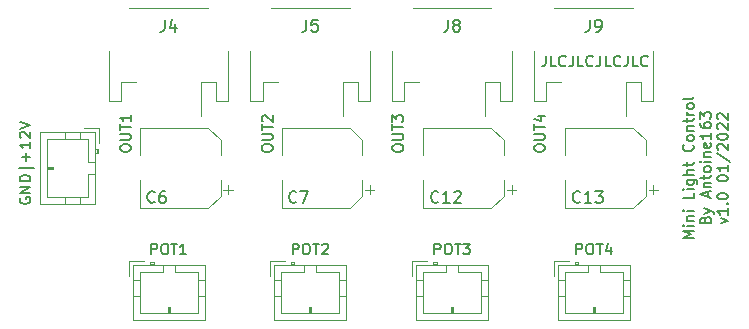
<source format=gbr>
%TF.GenerationSoftware,KiCad,Pcbnew,6.0.0*%
%TF.CreationDate,2022-01-04T22:09:20+01:00*%
%TF.ProjectId,mini_light_control,6d696e69-5f6c-4696-9768-745f636f6e74,v1.0*%
%TF.SameCoordinates,Original*%
%TF.FileFunction,Legend,Top*%
%TF.FilePolarity,Positive*%
%FSLAX46Y46*%
G04 Gerber Fmt 4.6, Leading zero omitted, Abs format (unit mm)*
G04 Created by KiCad (PCBNEW 6.0.0) date 2022-01-04 22:09:20*
%MOMM*%
%LPD*%
G01*
G04 APERTURE LIST*
%ADD10C,0.153000*%
%ADD11C,0.150000*%
%ADD12C,0.120000*%
G04 APERTURE END LIST*
D10*
X145942857Y-39507142D02*
X145942857Y-40150000D01*
X145900000Y-40278571D01*
X145814285Y-40364285D01*
X145685714Y-40407142D01*
X145600000Y-40407142D01*
X146800000Y-40407142D02*
X146371428Y-40407142D01*
X146371428Y-39507142D01*
X147614285Y-40321428D02*
X147571428Y-40364285D01*
X147442857Y-40407142D01*
X147357142Y-40407142D01*
X147228571Y-40364285D01*
X147142857Y-40278571D01*
X147100000Y-40192857D01*
X147057142Y-40021428D01*
X147057142Y-39892857D01*
X147100000Y-39721428D01*
X147142857Y-39635714D01*
X147228571Y-39550000D01*
X147357142Y-39507142D01*
X147442857Y-39507142D01*
X147571428Y-39550000D01*
X147614285Y-39592857D01*
X148257142Y-39507142D02*
X148257142Y-40150000D01*
X148214285Y-40278571D01*
X148128571Y-40364285D01*
X148000000Y-40407142D01*
X147914285Y-40407142D01*
X149114285Y-40407142D02*
X148685714Y-40407142D01*
X148685714Y-39507142D01*
X149928571Y-40321428D02*
X149885714Y-40364285D01*
X149757142Y-40407142D01*
X149671428Y-40407142D01*
X149542857Y-40364285D01*
X149457142Y-40278571D01*
X149414285Y-40192857D01*
X149371428Y-40021428D01*
X149371428Y-39892857D01*
X149414285Y-39721428D01*
X149457142Y-39635714D01*
X149542857Y-39550000D01*
X149671428Y-39507142D01*
X149757142Y-39507142D01*
X149885714Y-39550000D01*
X149928571Y-39592857D01*
X150571428Y-39507142D02*
X150571428Y-40150000D01*
X150528571Y-40278571D01*
X150442857Y-40364285D01*
X150314285Y-40407142D01*
X150228571Y-40407142D01*
X151428571Y-40407142D02*
X151000000Y-40407142D01*
X151000000Y-39507142D01*
X152242857Y-40321428D02*
X152200000Y-40364285D01*
X152071428Y-40407142D01*
X151985714Y-40407142D01*
X151857142Y-40364285D01*
X151771428Y-40278571D01*
X151728571Y-40192857D01*
X151685714Y-40021428D01*
X151685714Y-39892857D01*
X151728571Y-39721428D01*
X151771428Y-39635714D01*
X151857142Y-39550000D01*
X151985714Y-39507142D01*
X152071428Y-39507142D01*
X152200000Y-39550000D01*
X152242857Y-39592857D01*
X152885714Y-39507142D02*
X152885714Y-40150000D01*
X152842857Y-40278571D01*
X152757142Y-40364285D01*
X152628571Y-40407142D01*
X152542857Y-40407142D01*
X153742857Y-40407142D02*
X153314285Y-40407142D01*
X153314285Y-39507142D01*
X154557142Y-40321428D02*
X154514285Y-40364285D01*
X154385714Y-40407142D01*
X154300000Y-40407142D01*
X154171428Y-40364285D01*
X154085714Y-40278571D01*
X154042857Y-40192857D01*
X154000000Y-40021428D01*
X154000000Y-39892857D01*
X154042857Y-39721428D01*
X154085714Y-39635714D01*
X154171428Y-39550000D01*
X154300000Y-39507142D01*
X154385714Y-39507142D01*
X154514285Y-39550000D01*
X154557142Y-39592857D01*
X112521428Y-56307142D02*
X112521428Y-55407142D01*
X112864285Y-55407142D01*
X112950000Y-55450000D01*
X112992857Y-55492857D01*
X113035714Y-55578571D01*
X113035714Y-55707142D01*
X112992857Y-55792857D01*
X112950000Y-55835714D01*
X112864285Y-55878571D01*
X112521428Y-55878571D01*
X113592857Y-55407142D02*
X113764285Y-55407142D01*
X113850000Y-55450000D01*
X113935714Y-55535714D01*
X113978571Y-55707142D01*
X113978571Y-56007142D01*
X113935714Y-56178571D01*
X113850000Y-56264285D01*
X113764285Y-56307142D01*
X113592857Y-56307142D01*
X113507142Y-56264285D01*
X113421428Y-56178571D01*
X113378571Y-56007142D01*
X113378571Y-55707142D01*
X113421428Y-55535714D01*
X113507142Y-55450000D01*
X113592857Y-55407142D01*
X114235714Y-55407142D02*
X114750000Y-55407142D01*
X114492857Y-56307142D02*
X114492857Y-55407142D01*
X115521428Y-56307142D02*
X115007142Y-56307142D01*
X115264285Y-56307142D02*
X115264285Y-55407142D01*
X115178571Y-55535714D01*
X115092857Y-55621428D01*
X115007142Y-55664285D01*
X121907142Y-47392307D02*
X121907142Y-47220878D01*
X121950000Y-47135164D01*
X122035714Y-47049450D01*
X122207142Y-47006592D01*
X122507142Y-47006592D01*
X122678571Y-47049450D01*
X122764285Y-47135164D01*
X122807142Y-47220878D01*
X122807142Y-47392307D01*
X122764285Y-47478021D01*
X122678571Y-47563735D01*
X122507142Y-47606592D01*
X122207142Y-47606592D01*
X122035714Y-47563735D01*
X121950000Y-47478021D01*
X121907142Y-47392307D01*
X121907142Y-46620878D02*
X122635714Y-46620878D01*
X122721428Y-46578021D01*
X122764285Y-46535164D01*
X122807142Y-46449450D01*
X122807142Y-46278021D01*
X122764285Y-46192307D01*
X122721428Y-46149450D01*
X122635714Y-46106592D01*
X121907142Y-46106592D01*
X121907142Y-45806592D02*
X121907142Y-45292307D01*
X122807142Y-45549450D02*
X121907142Y-45549450D01*
X121992857Y-45035164D02*
X121950000Y-44992307D01*
X121907142Y-44906592D01*
X121907142Y-44692307D01*
X121950000Y-44606592D01*
X121992857Y-44563735D01*
X122078571Y-44520878D01*
X122164285Y-44520878D01*
X122292857Y-44563735D01*
X122807142Y-45078021D01*
X122807142Y-44520878D01*
X101450000Y-51514285D02*
X101407142Y-51600000D01*
X101407142Y-51728571D01*
X101450000Y-51857142D01*
X101535714Y-51942857D01*
X101621428Y-51985714D01*
X101792857Y-52028571D01*
X101921428Y-52028571D01*
X102092857Y-51985714D01*
X102178571Y-51942857D01*
X102264285Y-51857142D01*
X102307142Y-51728571D01*
X102307142Y-51642857D01*
X102264285Y-51514285D01*
X102221428Y-51471428D01*
X101921428Y-51471428D01*
X101921428Y-51642857D01*
X102307142Y-51085714D02*
X101407142Y-51085714D01*
X102307142Y-50571428D01*
X101407142Y-50571428D01*
X102307142Y-50142857D02*
X101407142Y-50142857D01*
X101407142Y-49928571D01*
X101450000Y-49800000D01*
X101535714Y-49714285D01*
X101621428Y-49671428D01*
X101792857Y-49628571D01*
X101921428Y-49628571D01*
X102092857Y-49671428D01*
X102178571Y-49714285D01*
X102264285Y-49800000D01*
X102307142Y-49928571D01*
X102307142Y-50142857D01*
X102607142Y-49028571D02*
X101321428Y-49028571D01*
X101964285Y-48385714D02*
X101964285Y-47700000D01*
X102307142Y-48042857D02*
X101621428Y-48042857D01*
X102307142Y-46800000D02*
X102307142Y-47314285D01*
X102307142Y-47057142D02*
X101407142Y-47057142D01*
X101535714Y-47142857D01*
X101621428Y-47228571D01*
X101664285Y-47314285D01*
X101492857Y-46457142D02*
X101450000Y-46414285D01*
X101407142Y-46328571D01*
X101407142Y-46114285D01*
X101450000Y-46028571D01*
X101492857Y-45985714D01*
X101578571Y-45942857D01*
X101664285Y-45942857D01*
X101792857Y-45985714D01*
X102307142Y-46500000D01*
X102307142Y-45942857D01*
X101407142Y-45685714D02*
X102307142Y-45385714D01*
X101407142Y-45085714D01*
X136521428Y-56307142D02*
X136521428Y-55407142D01*
X136864285Y-55407142D01*
X136950000Y-55450000D01*
X136992857Y-55492857D01*
X137035714Y-55578571D01*
X137035714Y-55707142D01*
X136992857Y-55792857D01*
X136950000Y-55835714D01*
X136864285Y-55878571D01*
X136521428Y-55878571D01*
X137592857Y-55407142D02*
X137764285Y-55407142D01*
X137850000Y-55450000D01*
X137935714Y-55535714D01*
X137978571Y-55707142D01*
X137978571Y-56007142D01*
X137935714Y-56178571D01*
X137850000Y-56264285D01*
X137764285Y-56307142D01*
X137592857Y-56307142D01*
X137507142Y-56264285D01*
X137421428Y-56178571D01*
X137378571Y-56007142D01*
X137378571Y-55707142D01*
X137421428Y-55535714D01*
X137507142Y-55450000D01*
X137592857Y-55407142D01*
X138235714Y-55407142D02*
X138750000Y-55407142D01*
X138492857Y-56307142D02*
X138492857Y-55407142D01*
X138964285Y-55407142D02*
X139521428Y-55407142D01*
X139221428Y-55750000D01*
X139350000Y-55750000D01*
X139435714Y-55792857D01*
X139478571Y-55835714D01*
X139521428Y-55921428D01*
X139521428Y-56135714D01*
X139478571Y-56221428D01*
X139435714Y-56264285D01*
X139350000Y-56307142D01*
X139092857Y-56307142D01*
X139007142Y-56264285D01*
X138964285Y-56221428D01*
X124521428Y-56307142D02*
X124521428Y-55407142D01*
X124864285Y-55407142D01*
X124950000Y-55450000D01*
X124992857Y-55492857D01*
X125035714Y-55578571D01*
X125035714Y-55707142D01*
X124992857Y-55792857D01*
X124950000Y-55835714D01*
X124864285Y-55878571D01*
X124521428Y-55878571D01*
X125592857Y-55407142D02*
X125764285Y-55407142D01*
X125850000Y-55450000D01*
X125935714Y-55535714D01*
X125978571Y-55707142D01*
X125978571Y-56007142D01*
X125935714Y-56178571D01*
X125850000Y-56264285D01*
X125764285Y-56307142D01*
X125592857Y-56307142D01*
X125507142Y-56264285D01*
X125421428Y-56178571D01*
X125378571Y-56007142D01*
X125378571Y-55707142D01*
X125421428Y-55535714D01*
X125507142Y-55450000D01*
X125592857Y-55407142D01*
X126235714Y-55407142D02*
X126750000Y-55407142D01*
X126492857Y-56307142D02*
X126492857Y-55407142D01*
X127007142Y-55492857D02*
X127050000Y-55450000D01*
X127135714Y-55407142D01*
X127350000Y-55407142D01*
X127435714Y-55450000D01*
X127478571Y-55492857D01*
X127521428Y-55578571D01*
X127521428Y-55664285D01*
X127478571Y-55792857D01*
X126964285Y-56307142D01*
X127521428Y-56307142D01*
X144957142Y-47392307D02*
X144957142Y-47220878D01*
X145000000Y-47135164D01*
X145085714Y-47049450D01*
X145257142Y-47006592D01*
X145557142Y-47006592D01*
X145728571Y-47049450D01*
X145814285Y-47135164D01*
X145857142Y-47220878D01*
X145857142Y-47392307D01*
X145814285Y-47478021D01*
X145728571Y-47563735D01*
X145557142Y-47606592D01*
X145257142Y-47606592D01*
X145085714Y-47563735D01*
X145000000Y-47478021D01*
X144957142Y-47392307D01*
X144957142Y-46620878D02*
X145685714Y-46620878D01*
X145771428Y-46578021D01*
X145814285Y-46535164D01*
X145857142Y-46449450D01*
X145857142Y-46278021D01*
X145814285Y-46192307D01*
X145771428Y-46149450D01*
X145685714Y-46106592D01*
X144957142Y-46106592D01*
X144957142Y-45806592D02*
X144957142Y-45292307D01*
X145857142Y-45549450D02*
X144957142Y-45549450D01*
X145257142Y-44606592D02*
X145857142Y-44606592D01*
X144914285Y-44820878D02*
X145557142Y-45035164D01*
X145557142Y-44478021D01*
X148521428Y-56307142D02*
X148521428Y-55407142D01*
X148864285Y-55407142D01*
X148950000Y-55450000D01*
X148992857Y-55492857D01*
X149035714Y-55578571D01*
X149035714Y-55707142D01*
X148992857Y-55792857D01*
X148950000Y-55835714D01*
X148864285Y-55878571D01*
X148521428Y-55878571D01*
X149592857Y-55407142D02*
X149764285Y-55407142D01*
X149850000Y-55450000D01*
X149935714Y-55535714D01*
X149978571Y-55707142D01*
X149978571Y-56007142D01*
X149935714Y-56178571D01*
X149850000Y-56264285D01*
X149764285Y-56307142D01*
X149592857Y-56307142D01*
X149507142Y-56264285D01*
X149421428Y-56178571D01*
X149378571Y-56007142D01*
X149378571Y-55707142D01*
X149421428Y-55535714D01*
X149507142Y-55450000D01*
X149592857Y-55407142D01*
X150235714Y-55407142D02*
X150750000Y-55407142D01*
X150492857Y-56307142D02*
X150492857Y-55407142D01*
X151435714Y-55707142D02*
X151435714Y-56307142D01*
X151221428Y-55364285D02*
X151007142Y-56007142D01*
X151564285Y-56007142D01*
X132957142Y-47392307D02*
X132957142Y-47220878D01*
X133000000Y-47135164D01*
X133085714Y-47049450D01*
X133257142Y-47006592D01*
X133557142Y-47006592D01*
X133728571Y-47049450D01*
X133814285Y-47135164D01*
X133857142Y-47220878D01*
X133857142Y-47392307D01*
X133814285Y-47478021D01*
X133728571Y-47563735D01*
X133557142Y-47606592D01*
X133257142Y-47606592D01*
X133085714Y-47563735D01*
X133000000Y-47478021D01*
X132957142Y-47392307D01*
X132957142Y-46620878D02*
X133685714Y-46620878D01*
X133771428Y-46578021D01*
X133814285Y-46535164D01*
X133857142Y-46449450D01*
X133857142Y-46278021D01*
X133814285Y-46192307D01*
X133771428Y-46149450D01*
X133685714Y-46106592D01*
X132957142Y-46106592D01*
X132957142Y-45806592D02*
X132957142Y-45292307D01*
X133857142Y-45549450D02*
X132957142Y-45549450D01*
X132957142Y-45078021D02*
X132957142Y-44520878D01*
X133300000Y-44820878D01*
X133300000Y-44692307D01*
X133342857Y-44606592D01*
X133385714Y-44563735D01*
X133471428Y-44520878D01*
X133685714Y-44520878D01*
X133771428Y-44563735D01*
X133814285Y-44606592D01*
X133857142Y-44692307D01*
X133857142Y-44949450D01*
X133814285Y-45035164D01*
X133771428Y-45078021D01*
X158458142Y-54914285D02*
X157558142Y-54914285D01*
X158201000Y-54614285D01*
X157558142Y-54314285D01*
X158458142Y-54314285D01*
X158458142Y-53885714D02*
X157858142Y-53885714D01*
X157558142Y-53885714D02*
X157601000Y-53928571D01*
X157643857Y-53885714D01*
X157601000Y-53842857D01*
X157558142Y-53885714D01*
X157643857Y-53885714D01*
X157858142Y-53457142D02*
X158458142Y-53457142D01*
X157943857Y-53457142D02*
X157901000Y-53414285D01*
X157858142Y-53328571D01*
X157858142Y-53200000D01*
X157901000Y-53114285D01*
X157986714Y-53071428D01*
X158458142Y-53071428D01*
X158458142Y-52642857D02*
X157858142Y-52642857D01*
X157558142Y-52642857D02*
X157601000Y-52685714D01*
X157643857Y-52642857D01*
X157601000Y-52600000D01*
X157558142Y-52642857D01*
X157643857Y-52642857D01*
X158458142Y-51100000D02*
X158458142Y-51528571D01*
X157558142Y-51528571D01*
X158458142Y-50800000D02*
X157858142Y-50800000D01*
X157558142Y-50800000D02*
X157601000Y-50842857D01*
X157643857Y-50800000D01*
X157601000Y-50757142D01*
X157558142Y-50800000D01*
X157643857Y-50800000D01*
X157858142Y-49985714D02*
X158586714Y-49985714D01*
X158672428Y-50028571D01*
X158715285Y-50071428D01*
X158758142Y-50157142D01*
X158758142Y-50285714D01*
X158715285Y-50371428D01*
X158415285Y-49985714D02*
X158458142Y-50071428D01*
X158458142Y-50242857D01*
X158415285Y-50328571D01*
X158372428Y-50371428D01*
X158286714Y-50414285D01*
X158029571Y-50414285D01*
X157943857Y-50371428D01*
X157901000Y-50328571D01*
X157858142Y-50242857D01*
X157858142Y-50071428D01*
X157901000Y-49985714D01*
X158458142Y-49557142D02*
X157558142Y-49557142D01*
X158458142Y-49171428D02*
X157986714Y-49171428D01*
X157901000Y-49214285D01*
X157858142Y-49300000D01*
X157858142Y-49428571D01*
X157901000Y-49514285D01*
X157943857Y-49557142D01*
X157858142Y-48871428D02*
X157858142Y-48528571D01*
X157558142Y-48742857D02*
X158329571Y-48742857D01*
X158415285Y-48700000D01*
X158458142Y-48614285D01*
X158458142Y-48528571D01*
X158372428Y-47028571D02*
X158415285Y-47071428D01*
X158458142Y-47200000D01*
X158458142Y-47285714D01*
X158415285Y-47414285D01*
X158329571Y-47500000D01*
X158243857Y-47542857D01*
X158072428Y-47585714D01*
X157943857Y-47585714D01*
X157772428Y-47542857D01*
X157686714Y-47500000D01*
X157601000Y-47414285D01*
X157558142Y-47285714D01*
X157558142Y-47200000D01*
X157601000Y-47071428D01*
X157643857Y-47028571D01*
X158458142Y-46514285D02*
X158415285Y-46600000D01*
X158372428Y-46642857D01*
X158286714Y-46685714D01*
X158029571Y-46685714D01*
X157943857Y-46642857D01*
X157901000Y-46600000D01*
X157858142Y-46514285D01*
X157858142Y-46385714D01*
X157901000Y-46300000D01*
X157943857Y-46257142D01*
X158029571Y-46214285D01*
X158286714Y-46214285D01*
X158372428Y-46257142D01*
X158415285Y-46300000D01*
X158458142Y-46385714D01*
X158458142Y-46514285D01*
X157858142Y-45828571D02*
X158458142Y-45828571D01*
X157943857Y-45828571D02*
X157901000Y-45785714D01*
X157858142Y-45700000D01*
X157858142Y-45571428D01*
X157901000Y-45485714D01*
X157986714Y-45442857D01*
X158458142Y-45442857D01*
X157858142Y-45142857D02*
X157858142Y-44800000D01*
X157558142Y-45014285D02*
X158329571Y-45014285D01*
X158415285Y-44971428D01*
X158458142Y-44885714D01*
X158458142Y-44800000D01*
X158458142Y-44500000D02*
X157858142Y-44500000D01*
X158029571Y-44500000D02*
X157943857Y-44457142D01*
X157901000Y-44414285D01*
X157858142Y-44328571D01*
X157858142Y-44242857D01*
X158458142Y-43814285D02*
X158415285Y-43900000D01*
X158372428Y-43942857D01*
X158286714Y-43985714D01*
X158029571Y-43985714D01*
X157943857Y-43942857D01*
X157901000Y-43900000D01*
X157858142Y-43814285D01*
X157858142Y-43685714D01*
X157901000Y-43600000D01*
X157943857Y-43557142D01*
X158029571Y-43514285D01*
X158286714Y-43514285D01*
X158372428Y-43557142D01*
X158415285Y-43600000D01*
X158458142Y-43685714D01*
X158458142Y-43814285D01*
X158458142Y-43000000D02*
X158415285Y-43085714D01*
X158329571Y-43128571D01*
X157558142Y-43128571D01*
X159435714Y-53371428D02*
X159478571Y-53242857D01*
X159521428Y-53200000D01*
X159607142Y-53157142D01*
X159735714Y-53157142D01*
X159821428Y-53200000D01*
X159864285Y-53242857D01*
X159907142Y-53328571D01*
X159907142Y-53671428D01*
X159007142Y-53671428D01*
X159007142Y-53371428D01*
X159050000Y-53285714D01*
X159092857Y-53242857D01*
X159178571Y-53200000D01*
X159264285Y-53200000D01*
X159350000Y-53242857D01*
X159392857Y-53285714D01*
X159435714Y-53371428D01*
X159435714Y-53671428D01*
X159307142Y-52857142D02*
X159907142Y-52642857D01*
X159307142Y-52428571D02*
X159907142Y-52642857D01*
X160121428Y-52728571D01*
X160164285Y-52771428D01*
X160207142Y-52857142D01*
X159650000Y-51442857D02*
X159650000Y-51014285D01*
X159907142Y-51528571D02*
X159007142Y-51228571D01*
X159907142Y-50928571D01*
X159307142Y-50628571D02*
X159907142Y-50628571D01*
X159392857Y-50628571D02*
X159350000Y-50585714D01*
X159307142Y-50500000D01*
X159307142Y-50371428D01*
X159350000Y-50285714D01*
X159435714Y-50242857D01*
X159907142Y-50242857D01*
X159307142Y-49942857D02*
X159307142Y-49600000D01*
X159007142Y-49814285D02*
X159778571Y-49814285D01*
X159864285Y-49771428D01*
X159907142Y-49685714D01*
X159907142Y-49600000D01*
X159907142Y-49171428D02*
X159864285Y-49257142D01*
X159821428Y-49300000D01*
X159735714Y-49342857D01*
X159478571Y-49342857D01*
X159392857Y-49300000D01*
X159350000Y-49257142D01*
X159307142Y-49171428D01*
X159307142Y-49042857D01*
X159350000Y-48957142D01*
X159392857Y-48914285D01*
X159478571Y-48871428D01*
X159735714Y-48871428D01*
X159821428Y-48914285D01*
X159864285Y-48957142D01*
X159907142Y-49042857D01*
X159907142Y-49171428D01*
X159907142Y-48485714D02*
X159307142Y-48485714D01*
X159007142Y-48485714D02*
X159050000Y-48528571D01*
X159092857Y-48485714D01*
X159050000Y-48442857D01*
X159007142Y-48485714D01*
X159092857Y-48485714D01*
X159307142Y-48057142D02*
X159907142Y-48057142D01*
X159392857Y-48057142D02*
X159350000Y-48014285D01*
X159307142Y-47928571D01*
X159307142Y-47800000D01*
X159350000Y-47714285D01*
X159435714Y-47671428D01*
X159907142Y-47671428D01*
X159864285Y-46900000D02*
X159907142Y-46985714D01*
X159907142Y-47157142D01*
X159864285Y-47242857D01*
X159778571Y-47285714D01*
X159435714Y-47285714D01*
X159350000Y-47242857D01*
X159307142Y-47157142D01*
X159307142Y-46985714D01*
X159350000Y-46900000D01*
X159435714Y-46857142D01*
X159521428Y-46857142D01*
X159607142Y-47285714D01*
X159907142Y-46000000D02*
X159907142Y-46514285D01*
X159907142Y-46257142D02*
X159007142Y-46257142D01*
X159135714Y-46342857D01*
X159221428Y-46428571D01*
X159264285Y-46514285D01*
X159007142Y-45228571D02*
X159007142Y-45400000D01*
X159050000Y-45485714D01*
X159092857Y-45528571D01*
X159221428Y-45614285D01*
X159392857Y-45657142D01*
X159735714Y-45657142D01*
X159821428Y-45614285D01*
X159864285Y-45571428D01*
X159907142Y-45485714D01*
X159907142Y-45314285D01*
X159864285Y-45228571D01*
X159821428Y-45185714D01*
X159735714Y-45142857D01*
X159521428Y-45142857D01*
X159435714Y-45185714D01*
X159392857Y-45228571D01*
X159350000Y-45314285D01*
X159350000Y-45485714D01*
X159392857Y-45571428D01*
X159435714Y-45614285D01*
X159521428Y-45657142D01*
X159007142Y-44842857D02*
X159007142Y-44285714D01*
X159350000Y-44585714D01*
X159350000Y-44457142D01*
X159392857Y-44371428D01*
X159435714Y-44328571D01*
X159521428Y-44285714D01*
X159735714Y-44285714D01*
X159821428Y-44328571D01*
X159864285Y-44371428D01*
X159907142Y-44457142D01*
X159907142Y-44714285D01*
X159864285Y-44800000D01*
X159821428Y-44842857D01*
X160756142Y-53671428D02*
X161356142Y-53457142D01*
X160756142Y-53242857D01*
X161356142Y-52428571D02*
X161356142Y-52942857D01*
X161356142Y-52685714D02*
X160456142Y-52685714D01*
X160584714Y-52771428D01*
X160670428Y-52857142D01*
X160713285Y-52942857D01*
X161270428Y-52042857D02*
X161313285Y-52000000D01*
X161356142Y-52042857D01*
X161313285Y-52085714D01*
X161270428Y-52042857D01*
X161356142Y-52042857D01*
X160456142Y-51442857D02*
X160456142Y-51357142D01*
X160499000Y-51271428D01*
X160541857Y-51228571D01*
X160627571Y-51185714D01*
X160799000Y-51142857D01*
X161013285Y-51142857D01*
X161184714Y-51185714D01*
X161270428Y-51228571D01*
X161313285Y-51271428D01*
X161356142Y-51357142D01*
X161356142Y-51442857D01*
X161313285Y-51528571D01*
X161270428Y-51571428D01*
X161184714Y-51614285D01*
X161013285Y-51657142D01*
X160799000Y-51657142D01*
X160627571Y-51614285D01*
X160541857Y-51571428D01*
X160499000Y-51528571D01*
X160456142Y-51442857D01*
X160456142Y-49900000D02*
X160456142Y-49814285D01*
X160499000Y-49728571D01*
X160541857Y-49685714D01*
X160627571Y-49642857D01*
X160799000Y-49600000D01*
X161013285Y-49600000D01*
X161184714Y-49642857D01*
X161270428Y-49685714D01*
X161313285Y-49728571D01*
X161356142Y-49814285D01*
X161356142Y-49900000D01*
X161313285Y-49985714D01*
X161270428Y-50028571D01*
X161184714Y-50071428D01*
X161013285Y-50114285D01*
X160799000Y-50114285D01*
X160627571Y-50071428D01*
X160541857Y-50028571D01*
X160499000Y-49985714D01*
X160456142Y-49900000D01*
X161356142Y-48742857D02*
X161356142Y-49257142D01*
X161356142Y-49000000D02*
X160456142Y-49000000D01*
X160584714Y-49085714D01*
X160670428Y-49171428D01*
X160713285Y-49257142D01*
X160413285Y-47714285D02*
X161570428Y-48485714D01*
X160541857Y-47457142D02*
X160499000Y-47414285D01*
X160456142Y-47328571D01*
X160456142Y-47114285D01*
X160499000Y-47028571D01*
X160541857Y-46985714D01*
X160627571Y-46942857D01*
X160713285Y-46942857D01*
X160841857Y-46985714D01*
X161356142Y-47500000D01*
X161356142Y-46942857D01*
X160456142Y-46385714D02*
X160456142Y-46300000D01*
X160499000Y-46214285D01*
X160541857Y-46171428D01*
X160627571Y-46128571D01*
X160799000Y-46085714D01*
X161013285Y-46085714D01*
X161184714Y-46128571D01*
X161270428Y-46171428D01*
X161313285Y-46214285D01*
X161356142Y-46300000D01*
X161356142Y-46385714D01*
X161313285Y-46471428D01*
X161270428Y-46514285D01*
X161184714Y-46557142D01*
X161013285Y-46600000D01*
X160799000Y-46600000D01*
X160627571Y-46557142D01*
X160541857Y-46514285D01*
X160499000Y-46471428D01*
X160456142Y-46385714D01*
X160541857Y-45742857D02*
X160499000Y-45700000D01*
X160456142Y-45614285D01*
X160456142Y-45400000D01*
X160499000Y-45314285D01*
X160541857Y-45271428D01*
X160627571Y-45228571D01*
X160713285Y-45228571D01*
X160841857Y-45271428D01*
X161356142Y-45785714D01*
X161356142Y-45228571D01*
X160541857Y-44885714D02*
X160499000Y-44842857D01*
X160456142Y-44757142D01*
X160456142Y-44542857D01*
X160499000Y-44457142D01*
X160541857Y-44414285D01*
X160627571Y-44371428D01*
X160713285Y-44371428D01*
X160841857Y-44414285D01*
X161356142Y-44928571D01*
X161356142Y-44371428D01*
X109907142Y-47392307D02*
X109907142Y-47220878D01*
X109950000Y-47135164D01*
X110035714Y-47049450D01*
X110207142Y-47006592D01*
X110507142Y-47006592D01*
X110678571Y-47049450D01*
X110764285Y-47135164D01*
X110807142Y-47220878D01*
X110807142Y-47392307D01*
X110764285Y-47478021D01*
X110678571Y-47563735D01*
X110507142Y-47606592D01*
X110207142Y-47606592D01*
X110035714Y-47563735D01*
X109950000Y-47478021D01*
X109907142Y-47392307D01*
X109907142Y-46620878D02*
X110635714Y-46620878D01*
X110721428Y-46578021D01*
X110764285Y-46535164D01*
X110807142Y-46449450D01*
X110807142Y-46278021D01*
X110764285Y-46192307D01*
X110721428Y-46149450D01*
X110635714Y-46106592D01*
X109907142Y-46106592D01*
X109907142Y-45806592D02*
X109907142Y-45292307D01*
X110807142Y-45549450D02*
X109907142Y-45549450D01*
X110807142Y-44520878D02*
X110807142Y-45035164D01*
X110807142Y-44778021D02*
X109907142Y-44778021D01*
X110035714Y-44863735D01*
X110121428Y-44949450D01*
X110164285Y-45035164D01*
D11*
%TO.C,C12*%
X136857142Y-51857142D02*
X136809523Y-51904761D01*
X136666666Y-51952380D01*
X136571428Y-51952380D01*
X136428571Y-51904761D01*
X136333333Y-51809523D01*
X136285714Y-51714285D01*
X136238095Y-51523809D01*
X136238095Y-51380952D01*
X136285714Y-51190476D01*
X136333333Y-51095238D01*
X136428571Y-51000000D01*
X136571428Y-50952380D01*
X136666666Y-50952380D01*
X136809523Y-51000000D01*
X136857142Y-51047619D01*
X137809523Y-51952380D02*
X137238095Y-51952380D01*
X137523809Y-51952380D02*
X137523809Y-50952380D01*
X137428571Y-51095238D01*
X137333333Y-51190476D01*
X137238095Y-51238095D01*
X138190476Y-51047619D02*
X138238095Y-51000000D01*
X138333333Y-50952380D01*
X138571428Y-50952380D01*
X138666666Y-51000000D01*
X138714285Y-51047619D01*
X138761904Y-51142857D01*
X138761904Y-51238095D01*
X138714285Y-51380952D01*
X138142857Y-51952380D01*
X138761904Y-51952380D01*
%TO.C,C13*%
X148857142Y-51857142D02*
X148809523Y-51904761D01*
X148666666Y-51952380D01*
X148571428Y-51952380D01*
X148428571Y-51904761D01*
X148333333Y-51809523D01*
X148285714Y-51714285D01*
X148238095Y-51523809D01*
X148238095Y-51380952D01*
X148285714Y-51190476D01*
X148333333Y-51095238D01*
X148428571Y-51000000D01*
X148571428Y-50952380D01*
X148666666Y-50952380D01*
X148809523Y-51000000D01*
X148857142Y-51047619D01*
X149809523Y-51952380D02*
X149238095Y-51952380D01*
X149523809Y-51952380D02*
X149523809Y-50952380D01*
X149428571Y-51095238D01*
X149333333Y-51190476D01*
X149238095Y-51238095D01*
X150142857Y-50952380D02*
X150761904Y-50952380D01*
X150428571Y-51333333D01*
X150571428Y-51333333D01*
X150666666Y-51380952D01*
X150714285Y-51428571D01*
X150761904Y-51523809D01*
X150761904Y-51761904D01*
X150714285Y-51857142D01*
X150666666Y-51904761D01*
X150571428Y-51952380D01*
X150285714Y-51952380D01*
X150190476Y-51904761D01*
X150142857Y-51857142D01*
%TO.C,C7*%
X124833333Y-51857142D02*
X124785714Y-51904761D01*
X124642857Y-51952380D01*
X124547619Y-51952380D01*
X124404761Y-51904761D01*
X124309523Y-51809523D01*
X124261904Y-51714285D01*
X124214285Y-51523809D01*
X124214285Y-51380952D01*
X124261904Y-51190476D01*
X124309523Y-51095238D01*
X124404761Y-51000000D01*
X124547619Y-50952380D01*
X124642857Y-50952380D01*
X124785714Y-51000000D01*
X124833333Y-51047619D01*
X125166666Y-50952380D02*
X125833333Y-50952380D01*
X125404761Y-51952380D01*
%TO.C,J4*%
X113666666Y-36452380D02*
X113666666Y-37166666D01*
X113619047Y-37309523D01*
X113523809Y-37404761D01*
X113380952Y-37452380D01*
X113285714Y-37452380D01*
X114571428Y-36785714D02*
X114571428Y-37452380D01*
X114333333Y-36404761D02*
X114095238Y-37119047D01*
X114714285Y-37119047D01*
%TO.C,C6*%
X112833333Y-51857142D02*
X112785714Y-51904761D01*
X112642857Y-51952380D01*
X112547619Y-51952380D01*
X112404761Y-51904761D01*
X112309523Y-51809523D01*
X112261904Y-51714285D01*
X112214285Y-51523809D01*
X112214285Y-51380952D01*
X112261904Y-51190476D01*
X112309523Y-51095238D01*
X112404761Y-51000000D01*
X112547619Y-50952380D01*
X112642857Y-50952380D01*
X112785714Y-51000000D01*
X112833333Y-51047619D01*
X113690476Y-50952380D02*
X113500000Y-50952380D01*
X113404761Y-51000000D01*
X113357142Y-51047619D01*
X113261904Y-51190476D01*
X113214285Y-51380952D01*
X113214285Y-51761904D01*
X113261904Y-51857142D01*
X113309523Y-51904761D01*
X113404761Y-51952380D01*
X113595238Y-51952380D01*
X113690476Y-51904761D01*
X113738095Y-51857142D01*
X113785714Y-51761904D01*
X113785714Y-51523809D01*
X113738095Y-51428571D01*
X113690476Y-51380952D01*
X113595238Y-51333333D01*
X113404761Y-51333333D01*
X113309523Y-51380952D01*
X113261904Y-51428571D01*
X113214285Y-51523809D01*
%TO.C,J8*%
X137666666Y-36452380D02*
X137666666Y-37166666D01*
X137619047Y-37309523D01*
X137523809Y-37404761D01*
X137380952Y-37452380D01*
X137285714Y-37452380D01*
X138285714Y-36880952D02*
X138190476Y-36833333D01*
X138142857Y-36785714D01*
X138095238Y-36690476D01*
X138095238Y-36642857D01*
X138142857Y-36547619D01*
X138190476Y-36500000D01*
X138285714Y-36452380D01*
X138476190Y-36452380D01*
X138571428Y-36500000D01*
X138619047Y-36547619D01*
X138666666Y-36642857D01*
X138666666Y-36690476D01*
X138619047Y-36785714D01*
X138571428Y-36833333D01*
X138476190Y-36880952D01*
X138285714Y-36880952D01*
X138190476Y-36928571D01*
X138142857Y-36976190D01*
X138095238Y-37071428D01*
X138095238Y-37261904D01*
X138142857Y-37357142D01*
X138190476Y-37404761D01*
X138285714Y-37452380D01*
X138476190Y-37452380D01*
X138571428Y-37404761D01*
X138619047Y-37357142D01*
X138666666Y-37261904D01*
X138666666Y-37071428D01*
X138619047Y-36976190D01*
X138571428Y-36928571D01*
X138476190Y-36880952D01*
%TO.C,J9*%
X149666666Y-36452380D02*
X149666666Y-37166666D01*
X149619047Y-37309523D01*
X149523809Y-37404761D01*
X149380952Y-37452380D01*
X149285714Y-37452380D01*
X150190476Y-37452380D02*
X150380952Y-37452380D01*
X150476190Y-37404761D01*
X150523809Y-37357142D01*
X150619047Y-37214285D01*
X150666666Y-37023809D01*
X150666666Y-36642857D01*
X150619047Y-36547619D01*
X150571428Y-36500000D01*
X150476190Y-36452380D01*
X150285714Y-36452380D01*
X150190476Y-36500000D01*
X150142857Y-36547619D01*
X150095238Y-36642857D01*
X150095238Y-36880952D01*
X150142857Y-36976190D01*
X150190476Y-37023809D01*
X150285714Y-37071428D01*
X150476190Y-37071428D01*
X150571428Y-37023809D01*
X150619047Y-36976190D01*
X150666666Y-36880952D01*
%TO.C,J5*%
X125666666Y-36452380D02*
X125666666Y-37166666D01*
X125619047Y-37309523D01*
X125523809Y-37404761D01*
X125380952Y-37452380D01*
X125285714Y-37452380D01*
X126619047Y-36452380D02*
X126142857Y-36452380D01*
X126095238Y-36928571D01*
X126142857Y-36880952D01*
X126238095Y-36833333D01*
X126476190Y-36833333D01*
X126571428Y-36880952D01*
X126619047Y-36928571D01*
X126666666Y-37023809D01*
X126666666Y-37261904D01*
X126619047Y-37357142D01*
X126571428Y-37404761D01*
X126476190Y-37452380D01*
X126238095Y-37452380D01*
X126142857Y-37404761D01*
X126095238Y-37357142D01*
D12*
%TO.C,C12*%
X141345563Y-45590000D02*
X135590000Y-45590000D01*
X135590000Y-45590000D02*
X135590000Y-47940000D01*
X142410000Y-51345563D02*
X142410000Y-50060000D01*
X135590000Y-52410000D02*
X135590000Y-50060000D01*
X142410000Y-46654437D02*
X141345563Y-45590000D01*
X143437500Y-50847500D02*
X142650000Y-50847500D01*
X143043750Y-51241250D02*
X143043750Y-50453750D01*
X142410000Y-46654437D02*
X142410000Y-47940000D01*
X142410000Y-51345563D02*
X141345563Y-52410000D01*
X141345563Y-52410000D02*
X135590000Y-52410000D01*
%TO.C,C13*%
X153345563Y-45590000D02*
X147590000Y-45590000D01*
X155437500Y-50847500D02*
X154650000Y-50847500D01*
X147590000Y-45590000D02*
X147590000Y-47940000D01*
X155043750Y-51241250D02*
X155043750Y-50453750D01*
X154410000Y-46654437D02*
X154410000Y-47940000D01*
X154410000Y-51345563D02*
X154410000Y-50060000D01*
X154410000Y-46654437D02*
X153345563Y-45590000D01*
X153345563Y-52410000D02*
X147590000Y-52410000D01*
X147590000Y-52410000D02*
X147590000Y-50060000D01*
X154410000Y-51345563D02*
X153345563Y-52410000D01*
%TO.C,J7*%
X146940000Y-57190000D02*
X146940000Y-61910000D01*
X149500000Y-57800000D02*
X147550000Y-57800000D01*
X150100000Y-60800000D02*
X150100000Y-61300000D01*
X152450000Y-57800000D02*
X150500000Y-57800000D01*
X150500000Y-57800000D02*
X150500000Y-57190000D01*
X146640000Y-56890000D02*
X146640000Y-58140000D01*
X149900000Y-60800000D02*
X150100000Y-60800000D01*
X148700000Y-57190000D02*
X148700000Y-56990000D01*
X153060000Y-61910000D02*
X153060000Y-57190000D01*
X152450000Y-61300000D02*
X152450000Y-57800000D01*
X147550000Y-57800000D02*
X147550000Y-61300000D01*
X147890000Y-56890000D02*
X146640000Y-56890000D01*
X146940000Y-58500000D02*
X147550000Y-58500000D01*
X150000000Y-61300000D02*
X150000000Y-60800000D01*
X146940000Y-59800000D02*
X147550000Y-59800000D01*
X148700000Y-56990000D02*
X148400000Y-56990000D01*
X153060000Y-57190000D02*
X146940000Y-57190000D01*
X147550000Y-61300000D02*
X152450000Y-61300000D01*
X153060000Y-58500000D02*
X152450000Y-58500000D01*
X148400000Y-56990000D02*
X148400000Y-57190000D01*
X149500000Y-57190000D02*
X149500000Y-57800000D01*
X146940000Y-61910000D02*
X153060000Y-61910000D01*
X153060000Y-59800000D02*
X152450000Y-59800000D01*
X148700000Y-57090000D02*
X148400000Y-57090000D01*
X149900000Y-61300000D02*
X149900000Y-60800000D01*
%TO.C,J3*%
X125868000Y-61300000D02*
X125868000Y-60800000D01*
X122608000Y-56890000D02*
X122608000Y-58140000D01*
X129028000Y-57190000D02*
X122908000Y-57190000D01*
X125468000Y-57190000D02*
X125468000Y-57800000D01*
X125468000Y-57800000D02*
X123518000Y-57800000D01*
X123518000Y-57800000D02*
X123518000Y-61300000D01*
X122908000Y-58500000D02*
X123518000Y-58500000D01*
X124668000Y-57090000D02*
X124368000Y-57090000D01*
X128418000Y-61300000D02*
X128418000Y-57800000D01*
X128418000Y-57800000D02*
X126468000Y-57800000D01*
X122908000Y-61910000D02*
X129028000Y-61910000D01*
X122908000Y-59800000D02*
X123518000Y-59800000D01*
X125968000Y-61300000D02*
X125968000Y-60800000D01*
X129028000Y-61910000D02*
X129028000Y-57190000D01*
X125868000Y-60800000D02*
X126068000Y-60800000D01*
X122908000Y-57190000D02*
X122908000Y-61910000D01*
X124668000Y-57190000D02*
X124668000Y-56990000D01*
X124668000Y-56990000D02*
X124368000Y-56990000D01*
X129028000Y-58500000D02*
X128418000Y-58500000D01*
X126068000Y-60800000D02*
X126068000Y-61300000D01*
X124368000Y-56990000D02*
X124368000Y-57190000D01*
X126468000Y-57800000D02*
X126468000Y-57190000D01*
X123858000Y-56890000D02*
X122608000Y-56890000D01*
X123518000Y-61300000D02*
X128418000Y-61300000D01*
X129028000Y-59800000D02*
X128418000Y-59800000D01*
%TO.C,C7*%
X131043750Y-51241250D02*
X131043750Y-50453750D01*
X130410000Y-46654437D02*
X130410000Y-47940000D01*
X129345563Y-45590000D02*
X123590000Y-45590000D01*
X130410000Y-46654437D02*
X129345563Y-45590000D01*
X123590000Y-52410000D02*
X123590000Y-50060000D01*
X130410000Y-51345563D02*
X130410000Y-50060000D01*
X130410000Y-51345563D02*
X129345563Y-52410000D01*
X131437500Y-50847500D02*
X130650000Y-50847500D01*
X129345563Y-52410000D02*
X123590000Y-52410000D01*
X123590000Y-45590000D02*
X123590000Y-47940000D01*
%TO.C,J4*%
X119060000Y-43310000D02*
X118040000Y-43310000D01*
X109960000Y-43310000D02*
X109960000Y-41710000D01*
X118040000Y-43310000D02*
X118040000Y-41710000D01*
X109960000Y-41710000D02*
X111240000Y-41710000D01*
X119060000Y-39060000D02*
X119060000Y-43310000D01*
X117340000Y-35490000D02*
X110660000Y-35490000D01*
X108940000Y-39060000D02*
X108940000Y-43310000D01*
X118040000Y-41710000D02*
X116760000Y-41710000D01*
X108940000Y-43310000D02*
X109960000Y-43310000D01*
X116760000Y-41710000D02*
X116760000Y-44600000D01*
%TO.C,J6*%
X140450000Y-57800000D02*
X138500000Y-57800000D01*
X138100000Y-60800000D02*
X138100000Y-61300000D01*
X137900000Y-61300000D02*
X137900000Y-60800000D01*
X137500000Y-57190000D02*
X137500000Y-57800000D01*
X134940000Y-58500000D02*
X135550000Y-58500000D01*
X141060000Y-58500000D02*
X140450000Y-58500000D01*
X136700000Y-57090000D02*
X136400000Y-57090000D01*
X135550000Y-61300000D02*
X140450000Y-61300000D01*
X134940000Y-57190000D02*
X134940000Y-61910000D01*
X134940000Y-61910000D02*
X141060000Y-61910000D01*
X136400000Y-56990000D02*
X136400000Y-57190000D01*
X134940000Y-59800000D02*
X135550000Y-59800000D01*
X140450000Y-61300000D02*
X140450000Y-57800000D01*
X137500000Y-57800000D02*
X135550000Y-57800000D01*
X141060000Y-61910000D02*
X141060000Y-57190000D01*
X134640000Y-56890000D02*
X134640000Y-58140000D01*
X138500000Y-57800000D02*
X138500000Y-57190000D01*
X141060000Y-57190000D02*
X134940000Y-57190000D01*
X135550000Y-57800000D02*
X135550000Y-61300000D01*
X137900000Y-60800000D02*
X138100000Y-60800000D01*
X136700000Y-57190000D02*
X136700000Y-56990000D01*
X136700000Y-56990000D02*
X136400000Y-56990000D01*
X141060000Y-59800000D02*
X140450000Y-59800000D01*
X135890000Y-56890000D02*
X134640000Y-56890000D01*
X138000000Y-61300000D02*
X138000000Y-60800000D01*
%TO.C,J2*%
X112746000Y-56990000D02*
X112446000Y-56990000D01*
X110986000Y-58500000D02*
X111596000Y-58500000D01*
X113546000Y-57190000D02*
X113546000Y-57800000D01*
X113946000Y-60800000D02*
X114146000Y-60800000D01*
X117106000Y-58500000D02*
X116496000Y-58500000D01*
X113946000Y-61300000D02*
X113946000Y-60800000D01*
X114546000Y-57800000D02*
X114546000Y-57190000D01*
X114046000Y-61300000D02*
X114046000Y-60800000D01*
X110986000Y-57190000D02*
X110986000Y-61910000D01*
X112446000Y-56990000D02*
X112446000Y-57190000D01*
X111596000Y-57800000D02*
X111596000Y-61300000D01*
X116496000Y-57800000D02*
X114546000Y-57800000D01*
X111596000Y-61300000D02*
X116496000Y-61300000D01*
X112746000Y-57190000D02*
X112746000Y-56990000D01*
X117106000Y-57190000D02*
X110986000Y-57190000D01*
X117106000Y-59800000D02*
X116496000Y-59800000D01*
X111936000Y-56890000D02*
X110686000Y-56890000D01*
X116496000Y-61300000D02*
X116496000Y-57800000D01*
X110986000Y-61910000D02*
X117106000Y-61910000D01*
X110986000Y-59800000D02*
X111596000Y-59800000D01*
X117106000Y-61910000D02*
X117106000Y-57190000D01*
X110686000Y-56890000D02*
X110686000Y-58140000D01*
X114146000Y-60800000D02*
X114146000Y-61300000D01*
X112746000Y-57090000D02*
X112446000Y-57090000D01*
X113546000Y-57800000D02*
X111596000Y-57800000D01*
%TO.C,C6*%
X117345563Y-45590000D02*
X111590000Y-45590000D01*
X111590000Y-52410000D02*
X111590000Y-50060000D01*
X118410000Y-51345563D02*
X117345563Y-52410000D01*
X119437500Y-50847500D02*
X118650000Y-50847500D01*
X118410000Y-46654437D02*
X117345563Y-45590000D01*
X118410000Y-46654437D02*
X118410000Y-47940000D01*
X111590000Y-45590000D02*
X111590000Y-47940000D01*
X117345563Y-52410000D02*
X111590000Y-52410000D01*
X118410000Y-51345563D02*
X118410000Y-50060000D01*
X119043750Y-51241250D02*
X119043750Y-50453750D01*
%TO.C,J8*%
X133960000Y-43310000D02*
X133960000Y-41710000D01*
X142040000Y-41710000D02*
X140760000Y-41710000D01*
X143060000Y-39060000D02*
X143060000Y-43310000D01*
X132940000Y-43310000D02*
X133960000Y-43310000D01*
X142040000Y-43310000D02*
X142040000Y-41710000D01*
X140760000Y-41710000D02*
X140760000Y-44600000D01*
X133960000Y-41710000D02*
X135240000Y-41710000D01*
X141340000Y-35490000D02*
X134660000Y-35490000D01*
X143060000Y-43310000D02*
X142040000Y-43310000D01*
X132940000Y-39060000D02*
X132940000Y-43310000D01*
%TO.C,J1*%
X106500000Y-45940000D02*
X106500000Y-46550000D01*
X103700000Y-48900000D02*
X104200000Y-48900000D01*
X106500000Y-52060000D02*
X106500000Y-51450000D01*
X107810000Y-48500000D02*
X107200000Y-48500000D01*
X107810000Y-47700000D02*
X108010000Y-47700000D01*
X107810000Y-45940000D02*
X103090000Y-45940000D01*
X103700000Y-51450000D02*
X107200000Y-51450000D01*
X108010000Y-47700000D02*
X108010000Y-47400000D01*
X108110000Y-45640000D02*
X106860000Y-45640000D01*
X103090000Y-45940000D02*
X103090000Y-52060000D01*
X107200000Y-48500000D02*
X107200000Y-46550000D01*
X105200000Y-52060000D02*
X105200000Y-51450000D01*
X104200000Y-48900000D02*
X104200000Y-49100000D01*
X103700000Y-46550000D02*
X103700000Y-51450000D01*
X107200000Y-46550000D02*
X103700000Y-46550000D01*
X105200000Y-45940000D02*
X105200000Y-46550000D01*
X103700000Y-49000000D02*
X104200000Y-49000000D01*
X104200000Y-49100000D02*
X103700000Y-49100000D01*
X107910000Y-47700000D02*
X107910000Y-47400000D01*
X107810000Y-52060000D02*
X107810000Y-45940000D01*
X103090000Y-52060000D02*
X107810000Y-52060000D01*
X108010000Y-47400000D02*
X107810000Y-47400000D01*
X108110000Y-46890000D02*
X108110000Y-45640000D01*
X107200000Y-51450000D02*
X107200000Y-49500000D01*
X107200000Y-49500000D02*
X107810000Y-49500000D01*
%TO.C,J9*%
X154040000Y-41710000D02*
X152760000Y-41710000D01*
X155060000Y-43310000D02*
X154040000Y-43310000D01*
X152760000Y-41710000D02*
X152760000Y-44600000D01*
X154040000Y-43310000D02*
X154040000Y-41710000D01*
X153340000Y-35490000D02*
X146660000Y-35490000D01*
X144940000Y-39060000D02*
X144940000Y-43310000D01*
X155060000Y-39060000D02*
X155060000Y-43310000D01*
X145960000Y-41710000D02*
X147240000Y-41710000D01*
X145960000Y-43310000D02*
X145960000Y-41710000D01*
X144940000Y-43310000D02*
X145960000Y-43310000D01*
%TO.C,J5*%
X120940000Y-43310000D02*
X121960000Y-43310000D01*
X120940000Y-39060000D02*
X120940000Y-43310000D01*
X130040000Y-43310000D02*
X130040000Y-41710000D01*
X129340000Y-35490000D02*
X122660000Y-35490000D01*
X121960000Y-43310000D02*
X121960000Y-41710000D01*
X121960000Y-41710000D02*
X123240000Y-41710000D01*
X131060000Y-43310000D02*
X130040000Y-43310000D01*
X130040000Y-41710000D02*
X128760000Y-41710000D01*
X128760000Y-41710000D02*
X128760000Y-44600000D01*
X131060000Y-39060000D02*
X131060000Y-43310000D01*
%TD*%
M02*

</source>
